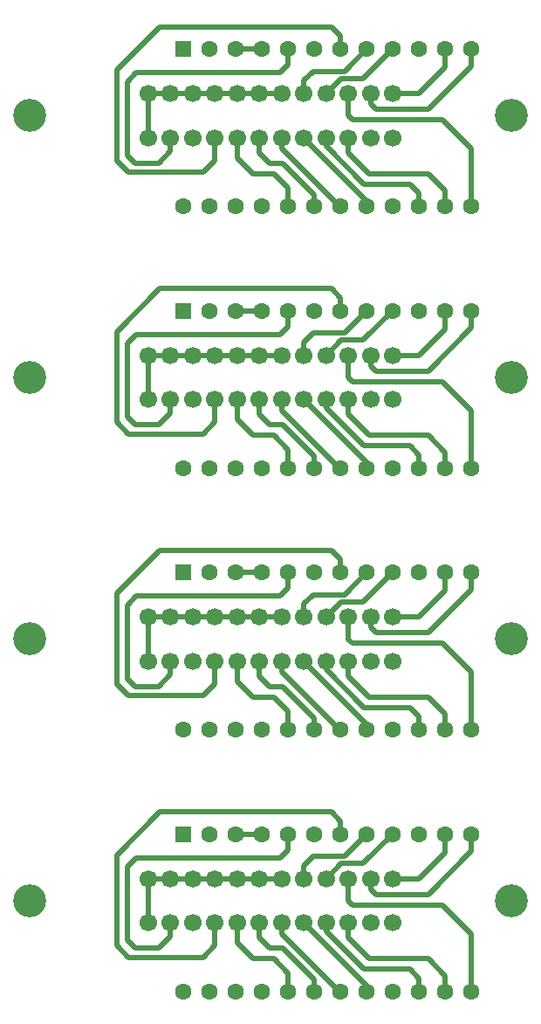
<source format=gbr>
G04 #@! TF.GenerationSoftware,KiCad,Pcbnew,5.1.7-a382d34a8~87~ubuntu20.04.1*
G04 #@! TF.CreationDate,2020-11-15T14:17:37+09:00*
G04 #@! TF.ProjectId,adapter-panel,61646170-7465-4722-9d70-616e656c2e6b,rev?*
G04 #@! TF.SameCoordinates,Original*
G04 #@! TF.FileFunction,Copper,L1,Top*
G04 #@! TF.FilePolarity,Positive*
%FSLAX46Y46*%
G04 Gerber Fmt 4.6, Leading zero omitted, Abs format (unit mm)*
G04 Created by KiCad (PCBNEW 5.1.7-a382d34a8~87~ubuntu20.04.1) date 2020-11-15 14:17:37*
%MOMM*%
%LPD*%
G01*
G04 APERTURE LIST*
G04 #@! TA.AperFunction,ComponentPad*
%ADD10C,1.700000*%
G04 #@! TD*
G04 #@! TA.AperFunction,ComponentPad*
%ADD11C,3.200000*%
G04 #@! TD*
G04 #@! TA.AperFunction,ComponentPad*
%ADD12R,1.600000X1.600000*%
G04 #@! TD*
G04 #@! TA.AperFunction,ComponentPad*
%ADD13C,1.600000*%
G04 #@! TD*
G04 #@! TA.AperFunction,Conductor*
%ADD14C,0.508000*%
G04 #@! TD*
G04 APERTURE END LIST*
D10*
G04 #@! TO.P,J1,1*
G04 #@! TO.N,Board_4-/DIO1*
X101420000Y-150775033D03*
D11*
G04 #@! TO.P,J1,25*
G04 #@! TO.N,N/C*
X112940000Y-148630033D03*
G04 #@! TO.P,J1,26*
X66140000Y-148630033D03*
D10*
G04 #@! TO.P,J1,2*
G04 #@! TO.N,Board_4-/DIO2*
X99260000Y-150775033D03*
G04 #@! TO.P,J1,3*
G04 #@! TO.N,Board_4-/DIO3*
X97100000Y-150775033D03*
G04 #@! TO.P,J1,4*
G04 #@! TO.N,Board_4-/DIO4*
X94940000Y-150775033D03*
G04 #@! TO.P,J1,5*
G04 #@! TO.N,Board_4-/EOI*
X92780000Y-150775033D03*
G04 #@! TO.P,J1,6*
G04 #@! TO.N,Board_4-/DAV*
X90620000Y-150775033D03*
G04 #@! TO.P,J1,7*
G04 #@! TO.N,Board_4-/NRFD*
X88460000Y-150775033D03*
G04 #@! TO.P,J1,8*
G04 #@! TO.N,Board_4-/NDAC*
X86300000Y-150775033D03*
G04 #@! TO.P,J1,9*
G04 #@! TO.N,Board_4-/IFC*
X84140000Y-150775033D03*
G04 #@! TO.P,J1,10*
G04 #@! TO.N,Board_4-/SRQ*
X81980000Y-150775033D03*
G04 #@! TO.P,J1,11*
G04 #@! TO.N,Board_4-/ATN*
X79820000Y-150775033D03*
G04 #@! TO.P,J1,12*
G04 #@! TO.N,Board_4-GND*
X77660000Y-150775033D03*
G04 #@! TO.P,J1,13*
G04 #@! TO.N,Board_4-/DIO5*
X101420000Y-146485033D03*
G04 #@! TO.P,J1,14*
G04 #@! TO.N,Board_4-/DIO6*
X99260000Y-146485033D03*
G04 #@! TO.P,J1,15*
G04 #@! TO.N,Board_4-/DIO7*
X97100000Y-146485033D03*
G04 #@! TO.P,J1,16*
G04 #@! TO.N,Board_4-/DIO8*
X94940000Y-146485033D03*
G04 #@! TO.P,J1,17*
G04 #@! TO.N,Board_4-/REN*
X92780000Y-146485033D03*
G04 #@! TO.P,J1,18*
G04 #@! TO.N,Board_4-GND*
X90620000Y-146485033D03*
G04 #@! TO.P,J1,19*
X88460000Y-146485033D03*
G04 #@! TO.P,J1,20*
X86300000Y-146485033D03*
G04 #@! TO.P,J1,21*
X84140000Y-146485033D03*
G04 #@! TO.P,J1,22*
X81980000Y-146485033D03*
G04 #@! TO.P,J1,23*
X79820000Y-146485033D03*
G04 #@! TO.P,J1,24*
X77660000Y-146485033D03*
G04 #@! TD*
D12*
G04 #@! TO.P,U1,1*
G04 #@! TO.N,Board_4-Net-(U1-Pad1)*
X81093200Y-142172833D03*
D13*
G04 #@! TO.P,U1,2*
G04 #@! TO.N,Board_4-Net-(U1-Pad2)*
X83633200Y-142172833D03*
G04 #@! TO.P,U1,3*
G04 #@! TO.N,Board_4-GND*
X86173200Y-142172833D03*
G04 #@! TO.P,U1,4*
X88713200Y-142172833D03*
G04 #@! TO.P,U1,5*
G04 #@! TO.N,Board_4-/ATN*
X91253200Y-142172833D03*
G04 #@! TO.P,U1,6*
G04 #@! TO.N,Board_4-/DIO1*
X93793200Y-142172833D03*
G04 #@! TO.P,U1,7*
G04 #@! TO.N,Board_4-/IFC*
X96333200Y-142172833D03*
G04 #@! TO.P,U1,8*
G04 #@! TO.N,Board_4-/REN*
X98873200Y-142172833D03*
G04 #@! TO.P,U1,9*
G04 #@! TO.N,Board_4-/DIO8*
X101413200Y-142172833D03*
G04 #@! TO.P,U1,10*
G04 #@! TO.N,Board_4-/SRQ*
X103953200Y-142172833D03*
G04 #@! TO.P,U1,11*
G04 #@! TO.N,Board_4-/DIO5*
X106493200Y-142172833D03*
G04 #@! TO.P,U1,12*
G04 #@! TO.N,Board_4-/DIO6*
X109033200Y-142172833D03*
G04 #@! TO.P,U1,13*
G04 #@! TO.N,Board_4-/DIO7*
X109033200Y-157412833D03*
G04 #@! TO.P,U1,14*
G04 #@! TO.N,Board_4-/DIO3*
X106493200Y-157412833D03*
G04 #@! TO.P,U1,15*
G04 #@! TO.N,Board_4-/DIO4*
X103953200Y-157412833D03*
G04 #@! TO.P,U1,16*
G04 #@! TO.N,Board_4-/DIO2*
X101413200Y-157412833D03*
G04 #@! TO.P,U1,17*
G04 #@! TO.N,Board_4-/EOI*
X98873200Y-157412833D03*
G04 #@! TO.P,U1,18*
G04 #@! TO.N,Board_4-/DAV*
X96333200Y-157412833D03*
G04 #@! TO.P,U1,19*
G04 #@! TO.N,Board_4-/NRFD*
X93793200Y-157412833D03*
G04 #@! TO.P,U1,20*
G04 #@! TO.N,Board_4-/NDAC*
X91253200Y-157412833D03*
G04 #@! TO.P,U1,21*
G04 #@! TO.N,Board_4-Net-(U1-Pad21)*
X88713200Y-157412833D03*
G04 #@! TO.P,U1,22*
G04 #@! TO.N,Board_4-Net-(U1-Pad22)*
X86173200Y-157412833D03*
G04 #@! TO.P,U1,23*
G04 #@! TO.N,Board_4-GND*
X83633200Y-157412833D03*
G04 #@! TO.P,U1,24*
G04 #@! TO.N,Board_4-Net-(U1-Pad24)*
X81093200Y-157412833D03*
G04 #@! TD*
D10*
G04 #@! TO.P,J1,1*
G04 #@! TO.N,Board_3-/DIO1*
X101420000Y-125415022D03*
D11*
G04 #@! TO.P,J1,25*
G04 #@! TO.N,N/C*
X112940000Y-123270022D03*
G04 #@! TO.P,J1,26*
X66140000Y-123270022D03*
D10*
G04 #@! TO.P,J1,2*
G04 #@! TO.N,Board_3-/DIO2*
X99260000Y-125415022D03*
G04 #@! TO.P,J1,3*
G04 #@! TO.N,Board_3-/DIO3*
X97100000Y-125415022D03*
G04 #@! TO.P,J1,4*
G04 #@! TO.N,Board_3-/DIO4*
X94940000Y-125415022D03*
G04 #@! TO.P,J1,5*
G04 #@! TO.N,Board_3-/EOI*
X92780000Y-125415022D03*
G04 #@! TO.P,J1,6*
G04 #@! TO.N,Board_3-/DAV*
X90620000Y-125415022D03*
G04 #@! TO.P,J1,7*
G04 #@! TO.N,Board_3-/NRFD*
X88460000Y-125415022D03*
G04 #@! TO.P,J1,8*
G04 #@! TO.N,Board_3-/NDAC*
X86300000Y-125415022D03*
G04 #@! TO.P,J1,9*
G04 #@! TO.N,Board_3-/IFC*
X84140000Y-125415022D03*
G04 #@! TO.P,J1,10*
G04 #@! TO.N,Board_3-/SRQ*
X81980000Y-125415022D03*
G04 #@! TO.P,J1,11*
G04 #@! TO.N,Board_3-/ATN*
X79820000Y-125415022D03*
G04 #@! TO.P,J1,12*
G04 #@! TO.N,Board_3-GND*
X77660000Y-125415022D03*
G04 #@! TO.P,J1,13*
G04 #@! TO.N,Board_3-/DIO5*
X101420000Y-121125022D03*
G04 #@! TO.P,J1,14*
G04 #@! TO.N,Board_3-/DIO6*
X99260000Y-121125022D03*
G04 #@! TO.P,J1,15*
G04 #@! TO.N,Board_3-/DIO7*
X97100000Y-121125022D03*
G04 #@! TO.P,J1,16*
G04 #@! TO.N,Board_3-/DIO8*
X94940000Y-121125022D03*
G04 #@! TO.P,J1,17*
G04 #@! TO.N,Board_3-/REN*
X92780000Y-121125022D03*
G04 #@! TO.P,J1,18*
G04 #@! TO.N,Board_3-GND*
X90620000Y-121125022D03*
G04 #@! TO.P,J1,19*
X88460000Y-121125022D03*
G04 #@! TO.P,J1,20*
X86300000Y-121125022D03*
G04 #@! TO.P,J1,21*
X84140000Y-121125022D03*
G04 #@! TO.P,J1,22*
X81980000Y-121125022D03*
G04 #@! TO.P,J1,23*
X79820000Y-121125022D03*
G04 #@! TO.P,J1,24*
X77660000Y-121125022D03*
G04 #@! TD*
D12*
G04 #@! TO.P,U1,1*
G04 #@! TO.N,Board_3-Net-(U1-Pad1)*
X81093200Y-116812822D03*
D13*
G04 #@! TO.P,U1,2*
G04 #@! TO.N,Board_3-Net-(U1-Pad2)*
X83633200Y-116812822D03*
G04 #@! TO.P,U1,3*
G04 #@! TO.N,Board_3-GND*
X86173200Y-116812822D03*
G04 #@! TO.P,U1,4*
X88713200Y-116812822D03*
G04 #@! TO.P,U1,5*
G04 #@! TO.N,Board_3-/ATN*
X91253200Y-116812822D03*
G04 #@! TO.P,U1,6*
G04 #@! TO.N,Board_3-/DIO1*
X93793200Y-116812822D03*
G04 #@! TO.P,U1,7*
G04 #@! TO.N,Board_3-/IFC*
X96333200Y-116812822D03*
G04 #@! TO.P,U1,8*
G04 #@! TO.N,Board_3-/REN*
X98873200Y-116812822D03*
G04 #@! TO.P,U1,9*
G04 #@! TO.N,Board_3-/DIO8*
X101413200Y-116812822D03*
G04 #@! TO.P,U1,10*
G04 #@! TO.N,Board_3-/SRQ*
X103953200Y-116812822D03*
G04 #@! TO.P,U1,11*
G04 #@! TO.N,Board_3-/DIO5*
X106493200Y-116812822D03*
G04 #@! TO.P,U1,12*
G04 #@! TO.N,Board_3-/DIO6*
X109033200Y-116812822D03*
G04 #@! TO.P,U1,13*
G04 #@! TO.N,Board_3-/DIO7*
X109033200Y-132052822D03*
G04 #@! TO.P,U1,14*
G04 #@! TO.N,Board_3-/DIO3*
X106493200Y-132052822D03*
G04 #@! TO.P,U1,15*
G04 #@! TO.N,Board_3-/DIO4*
X103953200Y-132052822D03*
G04 #@! TO.P,U1,16*
G04 #@! TO.N,Board_3-/DIO2*
X101413200Y-132052822D03*
G04 #@! TO.P,U1,17*
G04 #@! TO.N,Board_3-/EOI*
X98873200Y-132052822D03*
G04 #@! TO.P,U1,18*
G04 #@! TO.N,Board_3-/DAV*
X96333200Y-132052822D03*
G04 #@! TO.P,U1,19*
G04 #@! TO.N,Board_3-/NRFD*
X93793200Y-132052822D03*
G04 #@! TO.P,U1,20*
G04 #@! TO.N,Board_3-/NDAC*
X91253200Y-132052822D03*
G04 #@! TO.P,U1,21*
G04 #@! TO.N,Board_3-Net-(U1-Pad21)*
X88713200Y-132052822D03*
G04 #@! TO.P,U1,22*
G04 #@! TO.N,Board_3-Net-(U1-Pad22)*
X86173200Y-132052822D03*
G04 #@! TO.P,U1,23*
G04 #@! TO.N,Board_3-GND*
X83633200Y-132052822D03*
G04 #@! TO.P,U1,24*
G04 #@! TO.N,Board_3-Net-(U1-Pad24)*
X81093200Y-132052822D03*
G04 #@! TD*
D10*
G04 #@! TO.P,J1,1*
G04 #@! TO.N,Board_2-/DIO1*
X101420000Y-100055011D03*
D11*
G04 #@! TO.P,J1,25*
G04 #@! TO.N,N/C*
X112940000Y-97910011D03*
G04 #@! TO.P,J1,26*
X66140000Y-97910011D03*
D10*
G04 #@! TO.P,J1,2*
G04 #@! TO.N,Board_2-/DIO2*
X99260000Y-100055011D03*
G04 #@! TO.P,J1,3*
G04 #@! TO.N,Board_2-/DIO3*
X97100000Y-100055011D03*
G04 #@! TO.P,J1,4*
G04 #@! TO.N,Board_2-/DIO4*
X94940000Y-100055011D03*
G04 #@! TO.P,J1,5*
G04 #@! TO.N,Board_2-/EOI*
X92780000Y-100055011D03*
G04 #@! TO.P,J1,6*
G04 #@! TO.N,Board_2-/DAV*
X90620000Y-100055011D03*
G04 #@! TO.P,J1,7*
G04 #@! TO.N,Board_2-/NRFD*
X88460000Y-100055011D03*
G04 #@! TO.P,J1,8*
G04 #@! TO.N,Board_2-/NDAC*
X86300000Y-100055011D03*
G04 #@! TO.P,J1,9*
G04 #@! TO.N,Board_2-/IFC*
X84140000Y-100055011D03*
G04 #@! TO.P,J1,10*
G04 #@! TO.N,Board_2-/SRQ*
X81980000Y-100055011D03*
G04 #@! TO.P,J1,11*
G04 #@! TO.N,Board_2-/ATN*
X79820000Y-100055011D03*
G04 #@! TO.P,J1,12*
G04 #@! TO.N,Board_2-GND*
X77660000Y-100055011D03*
G04 #@! TO.P,J1,13*
G04 #@! TO.N,Board_2-/DIO5*
X101420000Y-95765011D03*
G04 #@! TO.P,J1,14*
G04 #@! TO.N,Board_2-/DIO6*
X99260000Y-95765011D03*
G04 #@! TO.P,J1,15*
G04 #@! TO.N,Board_2-/DIO7*
X97100000Y-95765011D03*
G04 #@! TO.P,J1,16*
G04 #@! TO.N,Board_2-/DIO8*
X94940000Y-95765011D03*
G04 #@! TO.P,J1,17*
G04 #@! TO.N,Board_2-/REN*
X92780000Y-95765011D03*
G04 #@! TO.P,J1,18*
G04 #@! TO.N,Board_2-GND*
X90620000Y-95765011D03*
G04 #@! TO.P,J1,19*
X88460000Y-95765011D03*
G04 #@! TO.P,J1,20*
X86300000Y-95765011D03*
G04 #@! TO.P,J1,21*
X84140000Y-95765011D03*
G04 #@! TO.P,J1,22*
X81980000Y-95765011D03*
G04 #@! TO.P,J1,23*
X79820000Y-95765011D03*
G04 #@! TO.P,J1,24*
X77660000Y-95765011D03*
G04 #@! TD*
D12*
G04 #@! TO.P,U1,1*
G04 #@! TO.N,Board_2-Net-(U1-Pad1)*
X81093200Y-91452811D03*
D13*
G04 #@! TO.P,U1,2*
G04 #@! TO.N,Board_2-Net-(U1-Pad2)*
X83633200Y-91452811D03*
G04 #@! TO.P,U1,3*
G04 #@! TO.N,Board_2-GND*
X86173200Y-91452811D03*
G04 #@! TO.P,U1,4*
X88713200Y-91452811D03*
G04 #@! TO.P,U1,5*
G04 #@! TO.N,Board_2-/ATN*
X91253200Y-91452811D03*
G04 #@! TO.P,U1,6*
G04 #@! TO.N,Board_2-/DIO1*
X93793200Y-91452811D03*
G04 #@! TO.P,U1,7*
G04 #@! TO.N,Board_2-/IFC*
X96333200Y-91452811D03*
G04 #@! TO.P,U1,8*
G04 #@! TO.N,Board_2-/REN*
X98873200Y-91452811D03*
G04 #@! TO.P,U1,9*
G04 #@! TO.N,Board_2-/DIO8*
X101413200Y-91452811D03*
G04 #@! TO.P,U1,10*
G04 #@! TO.N,Board_2-/SRQ*
X103953200Y-91452811D03*
G04 #@! TO.P,U1,11*
G04 #@! TO.N,Board_2-/DIO5*
X106493200Y-91452811D03*
G04 #@! TO.P,U1,12*
G04 #@! TO.N,Board_2-/DIO6*
X109033200Y-91452811D03*
G04 #@! TO.P,U1,13*
G04 #@! TO.N,Board_2-/DIO7*
X109033200Y-106692811D03*
G04 #@! TO.P,U1,14*
G04 #@! TO.N,Board_2-/DIO3*
X106493200Y-106692811D03*
G04 #@! TO.P,U1,15*
G04 #@! TO.N,Board_2-/DIO4*
X103953200Y-106692811D03*
G04 #@! TO.P,U1,16*
G04 #@! TO.N,Board_2-/DIO2*
X101413200Y-106692811D03*
G04 #@! TO.P,U1,17*
G04 #@! TO.N,Board_2-/EOI*
X98873200Y-106692811D03*
G04 #@! TO.P,U1,18*
G04 #@! TO.N,Board_2-/DAV*
X96333200Y-106692811D03*
G04 #@! TO.P,U1,19*
G04 #@! TO.N,Board_2-/NRFD*
X93793200Y-106692811D03*
G04 #@! TO.P,U1,20*
G04 #@! TO.N,Board_2-/NDAC*
X91253200Y-106692811D03*
G04 #@! TO.P,U1,21*
G04 #@! TO.N,Board_2-Net-(U1-Pad21)*
X88713200Y-106692811D03*
G04 #@! TO.P,U1,22*
G04 #@! TO.N,Board_2-Net-(U1-Pad22)*
X86173200Y-106692811D03*
G04 #@! TO.P,U1,23*
G04 #@! TO.N,Board_2-GND*
X83633200Y-106692811D03*
G04 #@! TO.P,U1,24*
G04 #@! TO.N,Board_2-Net-(U1-Pad24)*
X81093200Y-106692811D03*
G04 #@! TD*
D10*
G04 #@! TO.P,J1,1*
G04 #@! TO.N,Board_1-/DIO1*
X101420000Y-74695000D03*
D11*
G04 #@! TO.P,J1,25*
G04 #@! TO.N,N/C*
X112940000Y-72550000D03*
G04 #@! TO.P,J1,26*
X66140000Y-72550000D03*
D10*
G04 #@! TO.P,J1,2*
G04 #@! TO.N,Board_1-/DIO2*
X99260000Y-74695000D03*
G04 #@! TO.P,J1,3*
G04 #@! TO.N,Board_1-/DIO3*
X97100000Y-74695000D03*
G04 #@! TO.P,J1,4*
G04 #@! TO.N,Board_1-/DIO4*
X94940000Y-74695000D03*
G04 #@! TO.P,J1,5*
G04 #@! TO.N,Board_1-/EOI*
X92780000Y-74695000D03*
G04 #@! TO.P,J1,6*
G04 #@! TO.N,Board_1-/DAV*
X90620000Y-74695000D03*
G04 #@! TO.P,J1,7*
G04 #@! TO.N,Board_1-/NRFD*
X88460000Y-74695000D03*
G04 #@! TO.P,J1,8*
G04 #@! TO.N,Board_1-/NDAC*
X86300000Y-74695000D03*
G04 #@! TO.P,J1,9*
G04 #@! TO.N,Board_1-/IFC*
X84140000Y-74695000D03*
G04 #@! TO.P,J1,10*
G04 #@! TO.N,Board_1-/SRQ*
X81980000Y-74695000D03*
G04 #@! TO.P,J1,11*
G04 #@! TO.N,Board_1-/ATN*
X79820000Y-74695000D03*
G04 #@! TO.P,J1,12*
G04 #@! TO.N,Board_1-GND*
X77660000Y-74695000D03*
G04 #@! TO.P,J1,13*
G04 #@! TO.N,Board_1-/DIO5*
X101420000Y-70405000D03*
G04 #@! TO.P,J1,14*
G04 #@! TO.N,Board_1-/DIO6*
X99260000Y-70405000D03*
G04 #@! TO.P,J1,15*
G04 #@! TO.N,Board_1-/DIO7*
X97100000Y-70405000D03*
G04 #@! TO.P,J1,16*
G04 #@! TO.N,Board_1-/DIO8*
X94940000Y-70405000D03*
G04 #@! TO.P,J1,17*
G04 #@! TO.N,Board_1-/REN*
X92780000Y-70405000D03*
G04 #@! TO.P,J1,18*
G04 #@! TO.N,Board_1-GND*
X90620000Y-70405000D03*
G04 #@! TO.P,J1,19*
X88460000Y-70405000D03*
G04 #@! TO.P,J1,20*
X86300000Y-70405000D03*
G04 #@! TO.P,J1,21*
X84140000Y-70405000D03*
G04 #@! TO.P,J1,22*
X81980000Y-70405000D03*
G04 #@! TO.P,J1,23*
X79820000Y-70405000D03*
G04 #@! TO.P,J1,24*
X77660000Y-70405000D03*
G04 #@! TD*
D12*
G04 #@! TO.P,U1,1*
G04 #@! TO.N,Board_1-Net-(U1-Pad1)*
X81093200Y-66092800D03*
D13*
G04 #@! TO.P,U1,2*
G04 #@! TO.N,Board_1-Net-(U1-Pad2)*
X83633200Y-66092800D03*
G04 #@! TO.P,U1,3*
G04 #@! TO.N,Board_1-GND*
X86173200Y-66092800D03*
G04 #@! TO.P,U1,4*
X88713200Y-66092800D03*
G04 #@! TO.P,U1,5*
G04 #@! TO.N,Board_1-/ATN*
X91253200Y-66092800D03*
G04 #@! TO.P,U1,6*
G04 #@! TO.N,Board_1-/DIO1*
X93793200Y-66092800D03*
G04 #@! TO.P,U1,7*
G04 #@! TO.N,Board_1-/IFC*
X96333200Y-66092800D03*
G04 #@! TO.P,U1,8*
G04 #@! TO.N,Board_1-/REN*
X98873200Y-66092800D03*
G04 #@! TO.P,U1,9*
G04 #@! TO.N,Board_1-/DIO8*
X101413200Y-66092800D03*
G04 #@! TO.P,U1,10*
G04 #@! TO.N,Board_1-/SRQ*
X103953200Y-66092800D03*
G04 #@! TO.P,U1,11*
G04 #@! TO.N,Board_1-/DIO5*
X106493200Y-66092800D03*
G04 #@! TO.P,U1,12*
G04 #@! TO.N,Board_1-/DIO6*
X109033200Y-66092800D03*
G04 #@! TO.P,U1,13*
G04 #@! TO.N,Board_1-/DIO7*
X109033200Y-81332800D03*
G04 #@! TO.P,U1,14*
G04 #@! TO.N,Board_1-/DIO3*
X106493200Y-81332800D03*
G04 #@! TO.P,U1,15*
G04 #@! TO.N,Board_1-/DIO4*
X103953200Y-81332800D03*
G04 #@! TO.P,U1,16*
G04 #@! TO.N,Board_1-/DIO2*
X101413200Y-81332800D03*
G04 #@! TO.P,U1,17*
G04 #@! TO.N,Board_1-/EOI*
X98873200Y-81332800D03*
G04 #@! TO.P,U1,18*
G04 #@! TO.N,Board_1-/DAV*
X96333200Y-81332800D03*
G04 #@! TO.P,U1,19*
G04 #@! TO.N,Board_1-/NRFD*
X93793200Y-81332800D03*
G04 #@! TO.P,U1,20*
G04 #@! TO.N,Board_1-/NDAC*
X91253200Y-81332800D03*
G04 #@! TO.P,U1,21*
G04 #@! TO.N,Board_1-Net-(U1-Pad21)*
X88713200Y-81332800D03*
G04 #@! TO.P,U1,22*
G04 #@! TO.N,Board_1-Net-(U1-Pad22)*
X86173200Y-81332800D03*
G04 #@! TO.P,U1,23*
G04 #@! TO.N,Board_1-GND*
X83633200Y-81332800D03*
G04 #@! TO.P,U1,24*
G04 #@! TO.N,Board_1-Net-(U1-Pad24)*
X81093200Y-81332800D03*
G04 #@! TD*
D14*
G04 #@! TO.N,Board_1-/ATN*
X79820000Y-74695000D02*
X79820000Y-76002000D01*
X79820000Y-76002000D02*
X78680200Y-77141800D01*
X78680200Y-77141800D02*
X76394200Y-77141800D01*
X76394200Y-77141800D02*
X75632200Y-76379800D01*
X75632200Y-76379800D02*
X75632200Y-69267800D01*
X75632200Y-69267800D02*
X76521200Y-68378800D01*
X76521200Y-68378800D02*
X90491200Y-68378800D01*
X91253200Y-67616800D02*
X91253200Y-66092800D01*
X90491200Y-68378800D02*
X91253200Y-67616800D01*
G04 #@! TO.N,Board_1-/DAV*
X96206200Y-81332800D02*
X96333200Y-81332800D01*
X90620000Y-75746600D02*
X96206200Y-81332800D01*
X90620000Y-74695000D02*
X90620000Y-75746600D01*
G04 #@! TO.N,Board_1-/DIO3*
X106493200Y-79808800D02*
X106493200Y-81332800D01*
X104842200Y-78157800D02*
X106493200Y-79808800D01*
X99127200Y-78157800D02*
X104842200Y-78157800D01*
X97100000Y-76130600D02*
X99127200Y-78157800D01*
X97100000Y-74695000D02*
X97100000Y-76130600D01*
G04 #@! TO.N,Board_1-/DIO4*
X98619200Y-79173800D02*
X103064200Y-79173800D01*
X103064200Y-79173800D02*
X103953200Y-80062800D01*
X94940000Y-75494600D02*
X98619200Y-79173800D01*
X103953200Y-80062800D02*
X103953200Y-81332800D01*
X94940000Y-74695000D02*
X94940000Y-75494600D01*
G04 #@! TO.N,Board_1-/DIO5*
X101420000Y-70405000D02*
X103959000Y-70405000D01*
X106493200Y-67870800D02*
X106493200Y-66092800D01*
X103959000Y-70405000D02*
X106493200Y-67870800D01*
G04 #@! TO.N,Board_1-/DIO6*
X99260000Y-70405000D02*
X99260000Y-71432600D01*
X99260000Y-71432600D02*
X99762200Y-71934800D01*
X99762200Y-71934800D02*
X104842200Y-71934800D01*
X109033200Y-67743800D02*
X109033200Y-66092800D01*
X104842200Y-71934800D02*
X109033200Y-67743800D01*
G04 #@! TO.N,Board_1-/DIO7*
X109033200Y-77141800D02*
X109033200Y-81332800D01*
X109033200Y-75744800D02*
X109033200Y-81332800D01*
X106239200Y-72950800D02*
X109033200Y-75744800D01*
X97485800Y-72950800D02*
X106239200Y-72950800D01*
X97100000Y-72565000D02*
X97485800Y-72950800D01*
X97100000Y-70405000D02*
X97100000Y-72565000D01*
G04 #@! TO.N,Board_1-/DIO8*
X98546190Y-68959810D02*
X101413200Y-66092800D01*
X96385190Y-68959810D02*
X98546190Y-68959810D01*
X94940000Y-70405000D02*
X96385190Y-68959810D01*
G04 #@! TO.N,Board_1-/EOI*
X98873200Y-80788200D02*
X98873200Y-81332800D01*
X92780000Y-74695000D02*
X98873200Y-80788200D01*
G04 #@! TO.N,Board_1-/IFC*
X96333200Y-66092800D02*
X96333200Y-64822800D01*
X96333200Y-64822800D02*
X95444200Y-63933800D01*
X95444200Y-63933800D02*
X78807200Y-63933800D01*
X78807200Y-63933800D02*
X74616200Y-68124800D01*
X74616200Y-68124800D02*
X74616200Y-76887800D01*
X74616200Y-76887800D02*
X75759200Y-78030800D01*
X75759200Y-78030800D02*
X82998200Y-78030800D01*
X84140000Y-76889000D02*
X84140000Y-74695000D01*
X82998200Y-78030800D02*
X84140000Y-76889000D01*
G04 #@! TO.N,Board_1-/NDAC*
X86300000Y-74695000D02*
X86300000Y-76633600D01*
X86300000Y-76633600D02*
X87824200Y-78157800D01*
X87824200Y-78157800D02*
X89856200Y-78157800D01*
X91253200Y-79554800D02*
X91253200Y-81332800D01*
X89856200Y-78157800D02*
X91253200Y-79554800D01*
G04 #@! TO.N,Board_1-/NRFD*
X88460000Y-74695000D02*
X88460000Y-76126600D01*
X88460000Y-76126600D02*
X89475200Y-77141800D01*
X89475200Y-77141800D02*
X90745200Y-77141800D01*
X93793200Y-80189800D02*
X93793200Y-81332800D01*
X90745200Y-77141800D02*
X93793200Y-80189800D01*
G04 #@! TO.N,Board_1-/REN*
X93666200Y-68251800D02*
X96714200Y-68251800D01*
X92780000Y-69138000D02*
X93666200Y-68251800D01*
X96714200Y-68251800D02*
X98873200Y-66092800D01*
X92780000Y-70405000D02*
X92780000Y-69138000D01*
G04 #@! TO.N,Board_1-GND*
X77660000Y-74695000D02*
X77660000Y-70405000D01*
X77660000Y-70405000D02*
X90620000Y-70405000D01*
X86300000Y-66219600D02*
X86173200Y-66092800D01*
X86173200Y-66092800D02*
X88713200Y-66092800D01*
G04 #@! TO.N,Board_2-/ATN*
X79820000Y-100055011D02*
X79820000Y-101362011D01*
X79820000Y-101362011D02*
X78680200Y-102501811D01*
X78680200Y-102501811D02*
X76394200Y-102501811D01*
X76394200Y-102501811D02*
X75632200Y-101739811D01*
X75632200Y-101739811D02*
X75632200Y-94627811D01*
X75632200Y-94627811D02*
X76521200Y-93738811D01*
X76521200Y-93738811D02*
X90491200Y-93738811D01*
X91253200Y-92976811D02*
X91253200Y-91452811D01*
X90491200Y-93738811D02*
X91253200Y-92976811D01*
G04 #@! TO.N,Board_2-/DAV*
X96206200Y-106692811D02*
X96333200Y-106692811D01*
X90620000Y-101106611D02*
X96206200Y-106692811D01*
X90620000Y-100055011D02*
X90620000Y-101106611D01*
G04 #@! TO.N,Board_2-/DIO3*
X106493200Y-105168811D02*
X106493200Y-106692811D01*
X104842200Y-103517811D02*
X106493200Y-105168811D01*
X99127200Y-103517811D02*
X104842200Y-103517811D01*
X97100000Y-101490611D02*
X99127200Y-103517811D01*
X97100000Y-100055011D02*
X97100000Y-101490611D01*
G04 #@! TO.N,Board_2-/DIO4*
X98619200Y-104533811D02*
X103064200Y-104533811D01*
X103064200Y-104533811D02*
X103953200Y-105422811D01*
X94940000Y-100854611D02*
X98619200Y-104533811D01*
X103953200Y-105422811D02*
X103953200Y-106692811D01*
X94940000Y-100055011D02*
X94940000Y-100854611D01*
G04 #@! TO.N,Board_2-/DIO5*
X101420000Y-95765011D02*
X103959000Y-95765011D01*
X106493200Y-93230811D02*
X106493200Y-91452811D01*
X103959000Y-95765011D02*
X106493200Y-93230811D01*
G04 #@! TO.N,Board_2-/DIO6*
X99260000Y-95765011D02*
X99260000Y-96792611D01*
X99260000Y-96792611D02*
X99762200Y-97294811D01*
X99762200Y-97294811D02*
X104842200Y-97294811D01*
X109033200Y-93103811D02*
X109033200Y-91452811D01*
X104842200Y-97294811D02*
X109033200Y-93103811D01*
G04 #@! TO.N,Board_2-/DIO7*
X109033200Y-102501811D02*
X109033200Y-106692811D01*
X109033200Y-101104811D02*
X109033200Y-106692811D01*
X106239200Y-98310811D02*
X109033200Y-101104811D01*
X97485800Y-98310811D02*
X106239200Y-98310811D01*
X97100000Y-97925011D02*
X97485800Y-98310811D01*
X97100000Y-95765011D02*
X97100000Y-97925011D01*
G04 #@! TO.N,Board_2-/DIO8*
X98546190Y-94319821D02*
X101413200Y-91452811D01*
X96385190Y-94319821D02*
X98546190Y-94319821D01*
X94940000Y-95765011D02*
X96385190Y-94319821D01*
G04 #@! TO.N,Board_2-/EOI*
X98873200Y-106148211D02*
X98873200Y-106692811D01*
X92780000Y-100055011D02*
X98873200Y-106148211D01*
G04 #@! TO.N,Board_2-/IFC*
X96333200Y-91452811D02*
X96333200Y-90182811D01*
X96333200Y-90182811D02*
X95444200Y-89293811D01*
X95444200Y-89293811D02*
X78807200Y-89293811D01*
X78807200Y-89293811D02*
X74616200Y-93484811D01*
X74616200Y-93484811D02*
X74616200Y-102247811D01*
X74616200Y-102247811D02*
X75759200Y-103390811D01*
X75759200Y-103390811D02*
X82998200Y-103390811D01*
X84140000Y-102249011D02*
X84140000Y-100055011D01*
X82998200Y-103390811D02*
X84140000Y-102249011D01*
G04 #@! TO.N,Board_2-/NDAC*
X86300000Y-100055011D02*
X86300000Y-101993611D01*
X86300000Y-101993611D02*
X87824200Y-103517811D01*
X87824200Y-103517811D02*
X89856200Y-103517811D01*
X91253200Y-104914811D02*
X91253200Y-106692811D01*
X89856200Y-103517811D02*
X91253200Y-104914811D01*
G04 #@! TO.N,Board_2-/NRFD*
X88460000Y-100055011D02*
X88460000Y-101486611D01*
X88460000Y-101486611D02*
X89475200Y-102501811D01*
X89475200Y-102501811D02*
X90745200Y-102501811D01*
X93793200Y-105549811D02*
X93793200Y-106692811D01*
X90745200Y-102501811D02*
X93793200Y-105549811D01*
G04 #@! TO.N,Board_2-/REN*
X93666200Y-93611811D02*
X96714200Y-93611811D01*
X92780000Y-94498011D02*
X93666200Y-93611811D01*
X96714200Y-93611811D02*
X98873200Y-91452811D01*
X92780000Y-95765011D02*
X92780000Y-94498011D01*
G04 #@! TO.N,Board_2-GND*
X77660000Y-100055011D02*
X77660000Y-95765011D01*
X77660000Y-95765011D02*
X90620000Y-95765011D01*
X86300000Y-91579611D02*
X86173200Y-91452811D01*
X86173200Y-91452811D02*
X88713200Y-91452811D01*
G04 #@! TO.N,Board_3-/ATN*
X79820000Y-125415022D02*
X79820000Y-126722022D01*
X79820000Y-126722022D02*
X78680200Y-127861822D01*
X78680200Y-127861822D02*
X76394200Y-127861822D01*
X76394200Y-127861822D02*
X75632200Y-127099822D01*
X75632200Y-127099822D02*
X75632200Y-119987822D01*
X75632200Y-119987822D02*
X76521200Y-119098822D01*
X76521200Y-119098822D02*
X90491200Y-119098822D01*
X91253200Y-118336822D02*
X91253200Y-116812822D01*
X90491200Y-119098822D02*
X91253200Y-118336822D01*
G04 #@! TO.N,Board_3-/DAV*
X96206200Y-132052822D02*
X96333200Y-132052822D01*
X90620000Y-126466622D02*
X96206200Y-132052822D01*
X90620000Y-125415022D02*
X90620000Y-126466622D01*
G04 #@! TO.N,Board_3-/DIO3*
X106493200Y-130528822D02*
X106493200Y-132052822D01*
X104842200Y-128877822D02*
X106493200Y-130528822D01*
X99127200Y-128877822D02*
X104842200Y-128877822D01*
X97100000Y-126850622D02*
X99127200Y-128877822D01*
X97100000Y-125415022D02*
X97100000Y-126850622D01*
G04 #@! TO.N,Board_3-/DIO4*
X98619200Y-129893822D02*
X103064200Y-129893822D01*
X103064200Y-129893822D02*
X103953200Y-130782822D01*
X94940000Y-126214622D02*
X98619200Y-129893822D01*
X103953200Y-130782822D02*
X103953200Y-132052822D01*
X94940000Y-125415022D02*
X94940000Y-126214622D01*
G04 #@! TO.N,Board_3-/DIO5*
X101420000Y-121125022D02*
X103959000Y-121125022D01*
X106493200Y-118590822D02*
X106493200Y-116812822D01*
X103959000Y-121125022D02*
X106493200Y-118590822D01*
G04 #@! TO.N,Board_3-/DIO6*
X99260000Y-121125022D02*
X99260000Y-122152622D01*
X99260000Y-122152622D02*
X99762200Y-122654822D01*
X99762200Y-122654822D02*
X104842200Y-122654822D01*
X109033200Y-118463822D02*
X109033200Y-116812822D01*
X104842200Y-122654822D02*
X109033200Y-118463822D01*
G04 #@! TO.N,Board_3-/DIO7*
X109033200Y-127861822D02*
X109033200Y-132052822D01*
X109033200Y-126464822D02*
X109033200Y-132052822D01*
X106239200Y-123670822D02*
X109033200Y-126464822D01*
X97485800Y-123670822D02*
X106239200Y-123670822D01*
X97100000Y-123285022D02*
X97485800Y-123670822D01*
X97100000Y-121125022D02*
X97100000Y-123285022D01*
G04 #@! TO.N,Board_3-/DIO8*
X98546190Y-119679832D02*
X101413200Y-116812822D01*
X96385190Y-119679832D02*
X98546190Y-119679832D01*
X94940000Y-121125022D02*
X96385190Y-119679832D01*
G04 #@! TO.N,Board_3-/EOI*
X98873200Y-131508222D02*
X98873200Y-132052822D01*
X92780000Y-125415022D02*
X98873200Y-131508222D01*
G04 #@! TO.N,Board_3-/IFC*
X96333200Y-116812822D02*
X96333200Y-115542822D01*
X96333200Y-115542822D02*
X95444200Y-114653822D01*
X95444200Y-114653822D02*
X78807200Y-114653822D01*
X78807200Y-114653822D02*
X74616200Y-118844822D01*
X74616200Y-118844822D02*
X74616200Y-127607822D01*
X74616200Y-127607822D02*
X75759200Y-128750822D01*
X75759200Y-128750822D02*
X82998200Y-128750822D01*
X84140000Y-127609022D02*
X84140000Y-125415022D01*
X82998200Y-128750822D02*
X84140000Y-127609022D01*
G04 #@! TO.N,Board_3-/NDAC*
X86300000Y-125415022D02*
X86300000Y-127353622D01*
X86300000Y-127353622D02*
X87824200Y-128877822D01*
X87824200Y-128877822D02*
X89856200Y-128877822D01*
X91253200Y-130274822D02*
X91253200Y-132052822D01*
X89856200Y-128877822D02*
X91253200Y-130274822D01*
G04 #@! TO.N,Board_3-/NRFD*
X88460000Y-125415022D02*
X88460000Y-126846622D01*
X88460000Y-126846622D02*
X89475200Y-127861822D01*
X89475200Y-127861822D02*
X90745200Y-127861822D01*
X93793200Y-130909822D02*
X93793200Y-132052822D01*
X90745200Y-127861822D02*
X93793200Y-130909822D01*
G04 #@! TO.N,Board_3-/REN*
X93666200Y-118971822D02*
X96714200Y-118971822D01*
X92780000Y-119858022D02*
X93666200Y-118971822D01*
X96714200Y-118971822D02*
X98873200Y-116812822D01*
X92780000Y-121125022D02*
X92780000Y-119858022D01*
G04 #@! TO.N,Board_3-GND*
X77660000Y-125415022D02*
X77660000Y-121125022D01*
X77660000Y-121125022D02*
X90620000Y-121125022D01*
X86300000Y-116939622D02*
X86173200Y-116812822D01*
X86173200Y-116812822D02*
X88713200Y-116812822D01*
G04 #@! TO.N,Board_4-/ATN*
X79820000Y-150775033D02*
X79820000Y-152082033D01*
X79820000Y-152082033D02*
X78680200Y-153221833D01*
X78680200Y-153221833D02*
X76394200Y-153221833D01*
X76394200Y-153221833D02*
X75632200Y-152459833D01*
X75632200Y-152459833D02*
X75632200Y-145347833D01*
X75632200Y-145347833D02*
X76521200Y-144458833D01*
X76521200Y-144458833D02*
X90491200Y-144458833D01*
X91253200Y-143696833D02*
X91253200Y-142172833D01*
X90491200Y-144458833D02*
X91253200Y-143696833D01*
G04 #@! TO.N,Board_4-/DAV*
X96206200Y-157412833D02*
X96333200Y-157412833D01*
X90620000Y-151826633D02*
X96206200Y-157412833D01*
X90620000Y-150775033D02*
X90620000Y-151826633D01*
G04 #@! TO.N,Board_4-/DIO3*
X106493200Y-155888833D02*
X106493200Y-157412833D01*
X104842200Y-154237833D02*
X106493200Y-155888833D01*
X99127200Y-154237833D02*
X104842200Y-154237833D01*
X97100000Y-152210633D02*
X99127200Y-154237833D01*
X97100000Y-150775033D02*
X97100000Y-152210633D01*
G04 #@! TO.N,Board_4-/DIO4*
X98619200Y-155253833D02*
X103064200Y-155253833D01*
X103064200Y-155253833D02*
X103953200Y-156142833D01*
X94940000Y-151574633D02*
X98619200Y-155253833D01*
X103953200Y-156142833D02*
X103953200Y-157412833D01*
X94940000Y-150775033D02*
X94940000Y-151574633D01*
G04 #@! TO.N,Board_4-/DIO5*
X101420000Y-146485033D02*
X103959000Y-146485033D01*
X106493200Y-143950833D02*
X106493200Y-142172833D01*
X103959000Y-146485033D02*
X106493200Y-143950833D01*
G04 #@! TO.N,Board_4-/DIO6*
X99260000Y-146485033D02*
X99260000Y-147512633D01*
X99260000Y-147512633D02*
X99762200Y-148014833D01*
X99762200Y-148014833D02*
X104842200Y-148014833D01*
X109033200Y-143823833D02*
X109033200Y-142172833D01*
X104842200Y-148014833D02*
X109033200Y-143823833D01*
G04 #@! TO.N,Board_4-/DIO7*
X109033200Y-153221833D02*
X109033200Y-157412833D01*
X109033200Y-151824833D02*
X109033200Y-157412833D01*
X106239200Y-149030833D02*
X109033200Y-151824833D01*
X97485800Y-149030833D02*
X106239200Y-149030833D01*
X97100000Y-148645033D02*
X97485800Y-149030833D01*
X97100000Y-146485033D02*
X97100000Y-148645033D01*
G04 #@! TO.N,Board_4-/DIO8*
X98546190Y-145039843D02*
X101413200Y-142172833D01*
X96385190Y-145039843D02*
X98546190Y-145039843D01*
X94940000Y-146485033D02*
X96385190Y-145039843D01*
G04 #@! TO.N,Board_4-/EOI*
X98873200Y-156868233D02*
X98873200Y-157412833D01*
X92780000Y-150775033D02*
X98873200Y-156868233D01*
G04 #@! TO.N,Board_4-/IFC*
X96333200Y-142172833D02*
X96333200Y-140902833D01*
X96333200Y-140902833D02*
X95444200Y-140013833D01*
X95444200Y-140013833D02*
X78807200Y-140013833D01*
X78807200Y-140013833D02*
X74616200Y-144204833D01*
X74616200Y-144204833D02*
X74616200Y-152967833D01*
X74616200Y-152967833D02*
X75759200Y-154110833D01*
X75759200Y-154110833D02*
X82998200Y-154110833D01*
X84140000Y-152969033D02*
X84140000Y-150775033D01*
X82998200Y-154110833D02*
X84140000Y-152969033D01*
G04 #@! TO.N,Board_4-/NDAC*
X86300000Y-150775033D02*
X86300000Y-152713633D01*
X86300000Y-152713633D02*
X87824200Y-154237833D01*
X87824200Y-154237833D02*
X89856200Y-154237833D01*
X91253200Y-155634833D02*
X91253200Y-157412833D01*
X89856200Y-154237833D02*
X91253200Y-155634833D01*
G04 #@! TO.N,Board_4-/NRFD*
X88460000Y-150775033D02*
X88460000Y-152206633D01*
X88460000Y-152206633D02*
X89475200Y-153221833D01*
X89475200Y-153221833D02*
X90745200Y-153221833D01*
X93793200Y-156269833D02*
X93793200Y-157412833D01*
X90745200Y-153221833D02*
X93793200Y-156269833D01*
G04 #@! TO.N,Board_4-/REN*
X93666200Y-144331833D02*
X96714200Y-144331833D01*
X92780000Y-145218033D02*
X93666200Y-144331833D01*
X96714200Y-144331833D02*
X98873200Y-142172833D01*
X92780000Y-146485033D02*
X92780000Y-145218033D01*
G04 #@! TO.N,Board_4-GND*
X77660000Y-150775033D02*
X77660000Y-146485033D01*
X77660000Y-146485033D02*
X90620000Y-146485033D01*
X86300000Y-142299633D02*
X86173200Y-142172833D01*
X86173200Y-142172833D02*
X88713200Y-142172833D01*
G04 #@! TD*
M02*

</source>
